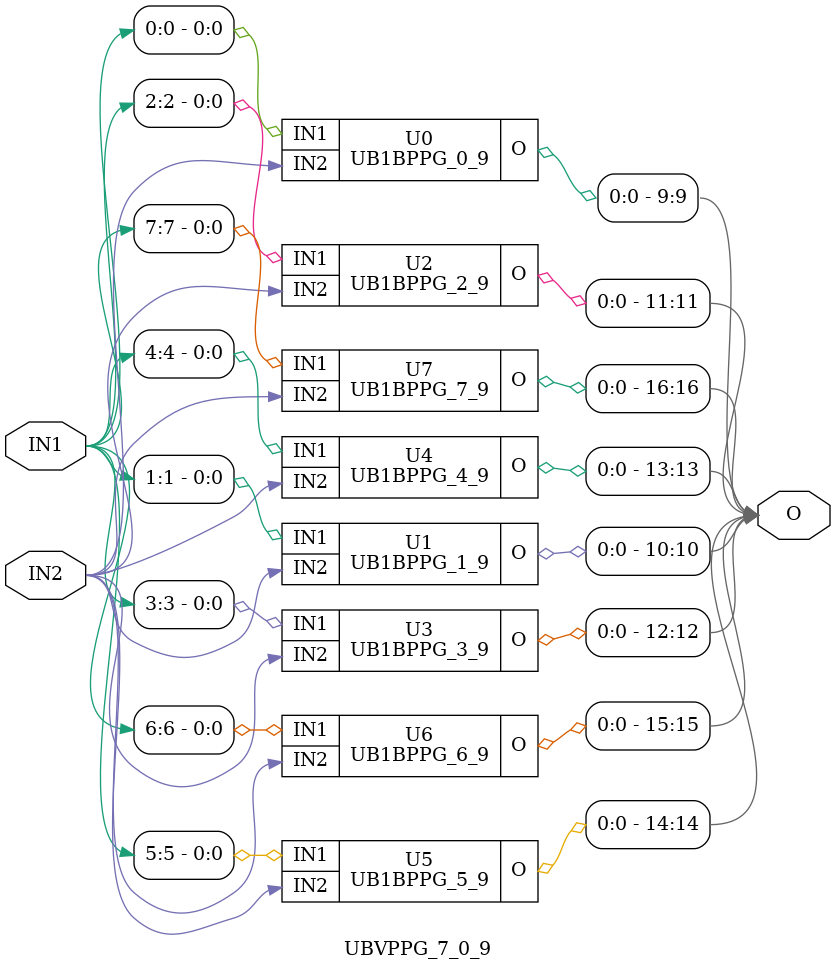
<source format=v>
/*----------------------------------------------------------------------------
  Copyright (c) 2021 Homma laboratory. All rights reserved.

  Top module: Multiplier_7_0_17000

  Number system: Unsigned binary
  Multiplicand length: 8
  Multiplier length: 18
  Partial product generation: Simple PPG
  Partial product accumulation: Dadda tree
  Final stage addition: Ripple carry adder
----------------------------------------------------------------------------*/

module UB1BPPG_0_0(O, IN1, IN2);
  output O;
  input IN1;
  input IN2;
  assign O = IN1 & IN2;
endmodule

module UB1BPPG_1_0(O, IN1, IN2);
  output O;
  input IN1;
  input IN2;
  assign O = IN1 & IN2;
endmodule

module UB1BPPG_2_0(O, IN1, IN2);
  output O;
  input IN1;
  input IN2;
  assign O = IN1 & IN2;
endmodule

module UB1BPPG_3_0(O, IN1, IN2);
  output O;
  input IN1;
  input IN2;
  assign O = IN1 & IN2;
endmodule

module UB1BPPG_4_0(O, IN1, IN2);
  output O;
  input IN1;
  input IN2;
  assign O = IN1 & IN2;
endmodule

module UB1BPPG_5_0(O, IN1, IN2);
  output O;
  input IN1;
  input IN2;
  assign O = IN1 & IN2;
endmodule

module UB1BPPG_6_0(O, IN1, IN2);
  output O;
  input IN1;
  input IN2;
  assign O = IN1 & IN2;
endmodule

module UB1BPPG_7_0(O, IN1, IN2);
  output O;
  input IN1;
  input IN2;
  assign O = IN1 & IN2;
endmodule

module UB1BPPG_0_1(O, IN1, IN2);
  output O;
  input IN1;
  input IN2;
  assign O = IN1 & IN2;
endmodule

module UB1BPPG_1_1(O, IN1, IN2);
  output O;
  input IN1;
  input IN2;
  assign O = IN1 & IN2;
endmodule

module UB1BPPG_2_1(O, IN1, IN2);
  output O;
  input IN1;
  input IN2;
  assign O = IN1 & IN2;
endmodule

module UB1BPPG_3_1(O, IN1, IN2);
  output O;
  input IN1;
  input IN2;
  assign O = IN1 & IN2;
endmodule

module UB1BPPG_4_1(O, IN1, IN2);
  output O;
  input IN1;
  input IN2;
  assign O = IN1 & IN2;
endmodule

module UB1BPPG_5_1(O, IN1, IN2);
  output O;
  input IN1;
  input IN2;
  assign O = IN1 & IN2;
endmodule

module UB1BPPG_6_1(O, IN1, IN2);
  output O;
  input IN1;
  input IN2;
  assign O = IN1 & IN2;
endmodule

module UB1BPPG_7_1(O, IN1, IN2);
  output O;
  input IN1;
  input IN2;
  assign O = IN1 & IN2;
endmodule

module UB1BPPG_0_2(O, IN1, IN2);
  output O;
  input IN1;
  input IN2;
  assign O = IN1 & IN2;
endmodule

module UB1BPPG_1_2(O, IN1, IN2);
  output O;
  input IN1;
  input IN2;
  assign O = IN1 & IN2;
endmodule

module UB1BPPG_2_2(O, IN1, IN2);
  output O;
  input IN1;
  input IN2;
  assign O = IN1 & IN2;
endmodule

module UB1BPPG_3_2(O, IN1, IN2);
  output O;
  input IN1;
  input IN2;
  assign O = IN1 & IN2;
endmodule

module UB1BPPG_4_2(O, IN1, IN2);
  output O;
  input IN1;
  input IN2;
  assign O = IN1 & IN2;
endmodule

module UB1BPPG_5_2(O, IN1, IN2);
  output O;
  input IN1;
  input IN2;
  assign O = IN1 & IN2;
endmodule

module UB1BPPG_6_2(O, IN1, IN2);
  output O;
  input IN1;
  input IN2;
  assign O = IN1 & IN2;
endmodule

module UB1BPPG_7_2(O, IN1, IN2);
  output O;
  input IN1;
  input IN2;
  assign O = IN1 & IN2;
endmodule

module UB1BPPG_0_3(O, IN1, IN2);
  output O;
  input IN1;
  input IN2;
  assign O = IN1 & IN2;
endmodule

module UB1BPPG_1_3(O, IN1, IN2);
  output O;
  input IN1;
  input IN2;
  assign O = IN1 & IN2;
endmodule

module UB1BPPG_2_3(O, IN1, IN2);
  output O;
  input IN1;
  input IN2;
  assign O = IN1 & IN2;
endmodule

module UB1BPPG_3_3(O, IN1, IN2);
  output O;
  input IN1;
  input IN2;
  assign O = IN1 & IN2;
endmodule

module UB1BPPG_4_3(O, IN1, IN2);
  output O;
  input IN1;
  input IN2;
  assign O = IN1 & IN2;
endmodule

module UB1BPPG_5_3(O, IN1, IN2);
  output O;
  input IN1;
  input IN2;
  assign O = IN1 & IN2;
endmodule

module UB1BPPG_6_3(O, IN1, IN2);
  output O;
  input IN1;
  input IN2;
  assign O = IN1 & IN2;
endmodule

module UB1BPPG_7_3(O, IN1, IN2);
  output O;
  input IN1;
  input IN2;
  assign O = IN1 & IN2;
endmodule

module UB1BPPG_0_4(O, IN1, IN2);
  output O;
  input IN1;
  input IN2;
  assign O = IN1 & IN2;
endmodule

module UB1BPPG_1_4(O, IN1, IN2);
  output O;
  input IN1;
  input IN2;
  assign O = IN1 & IN2;
endmodule

module UB1BPPG_2_4(O, IN1, IN2);
  output O;
  input IN1;
  input IN2;
  assign O = IN1 & IN2;
endmodule

module UB1BPPG_3_4(O, IN1, IN2);
  output O;
  input IN1;
  input IN2;
  assign O = IN1 & IN2;
endmodule

module UB1BPPG_4_4(O, IN1, IN2);
  output O;
  input IN1;
  input IN2;
  assign O = IN1 & IN2;
endmodule

module UB1BPPG_5_4(O, IN1, IN2);
  output O;
  input IN1;
  input IN2;
  assign O = IN1 & IN2;
endmodule

module UB1BPPG_6_4(O, IN1, IN2);
  output O;
  input IN1;
  input IN2;
  assign O = IN1 & IN2;
endmodule

module UB1BPPG_7_4(O, IN1, IN2);
  output O;
  input IN1;
  input IN2;
  assign O = IN1 & IN2;
endmodule

module UB1BPPG_0_5(O, IN1, IN2);
  output O;
  input IN1;
  input IN2;
  assign O = IN1 & IN2;
endmodule

module UB1BPPG_1_5(O, IN1, IN2);
  output O;
  input IN1;
  input IN2;
  assign O = IN1 & IN2;
endmodule

module UB1BPPG_2_5(O, IN1, IN2);
  output O;
  input IN1;
  input IN2;
  assign O = IN1 & IN2;
endmodule

module UB1BPPG_3_5(O, IN1, IN2);
  output O;
  input IN1;
  input IN2;
  assign O = IN1 & IN2;
endmodule

module UB1BPPG_4_5(O, IN1, IN2);
  output O;
  input IN1;
  input IN2;
  assign O = IN1 & IN2;
endmodule

module UB1BPPG_5_5(O, IN1, IN2);
  output O;
  input IN1;
  input IN2;
  assign O = IN1 & IN2;
endmodule

module UB1BPPG_6_5(O, IN1, IN2);
  output O;
  input IN1;
  input IN2;
  assign O = IN1 & IN2;
endmodule

module UB1BPPG_7_5(O, IN1, IN2);
  output O;
  input IN1;
  input IN2;
  assign O = IN1 & IN2;
endmodule

module UB1BPPG_0_6(O, IN1, IN2);
  output O;
  input IN1;
  input IN2;
  assign O = IN1 & IN2;
endmodule

module UB1BPPG_1_6(O, IN1, IN2);
  output O;
  input IN1;
  input IN2;
  assign O = IN1 & IN2;
endmodule

module UB1BPPG_2_6(O, IN1, IN2);
  output O;
  input IN1;
  input IN2;
  assign O = IN1 & IN2;
endmodule

module UB1BPPG_3_6(O, IN1, IN2);
  output O;
  input IN1;
  input IN2;
  assign O = IN1 & IN2;
endmodule

module UB1BPPG_4_6(O, IN1, IN2);
  output O;
  input IN1;
  input IN2;
  assign O = IN1 & IN2;
endmodule

module UB1BPPG_5_6(O, IN1, IN2);
  output O;
  input IN1;
  input IN2;
  assign O = IN1 & IN2;
endmodule

module UB1BPPG_6_6(O, IN1, IN2);
  output O;
  input IN1;
  input IN2;
  assign O = IN1 & IN2;
endmodule

module UB1BPPG_7_6(O, IN1, IN2);
  output O;
  input IN1;
  input IN2;
  assign O = IN1 & IN2;
endmodule

module UB1BPPG_0_7(O, IN1, IN2);
  output O;
  input IN1;
  input IN2;
  assign O = IN1 & IN2;
endmodule

module UB1BPPG_1_7(O, IN1, IN2);
  output O;
  input IN1;
  input IN2;
  assign O = IN1 & IN2;
endmodule

module UB1BPPG_2_7(O, IN1, IN2);
  output O;
  input IN1;
  input IN2;
  assign O = IN1 & IN2;
endmodule

module UB1BPPG_3_7(O, IN1, IN2);
  output O;
  input IN1;
  input IN2;
  assign O = IN1 & IN2;
endmodule

module UB1BPPG_4_7(O, IN1, IN2);
  output O;
  input IN1;
  input IN2;
  assign O = IN1 & IN2;
endmodule

module UB1BPPG_5_7(O, IN1, IN2);
  output O;
  input IN1;
  input IN2;
  assign O = IN1 & IN2;
endmodule

module UB1BPPG_6_7(O, IN1, IN2);
  output O;
  input IN1;
  input IN2;
  assign O = IN1 & IN2;
endmodule

module UB1BPPG_7_7(O, IN1, IN2);
  output O;
  input IN1;
  input IN2;
  assign O = IN1 & IN2;
endmodule

module UB1BPPG_0_8(O, IN1, IN2);
  output O;
  input IN1;
  input IN2;
  assign O = IN1 & IN2;
endmodule

module UB1BPPG_1_8(O, IN1, IN2);
  output O;
  input IN1;
  input IN2;
  assign O = IN1 & IN2;
endmodule

module UB1BPPG_2_8(O, IN1, IN2);
  output O;
  input IN1;
  input IN2;
  assign O = IN1 & IN2;
endmodule

module UB1BPPG_3_8(O, IN1, IN2);
  output O;
  input IN1;
  input IN2;
  assign O = IN1 & IN2;
endmodule

module UB1BPPG_4_8(O, IN1, IN2);
  output O;
  input IN1;
  input IN2;
  assign O = IN1 & IN2;
endmodule

module UB1BPPG_5_8(O, IN1, IN2);
  output O;
  input IN1;
  input IN2;
  assign O = IN1 & IN2;
endmodule

module UB1BPPG_6_8(O, IN1, IN2);
  output O;
  input IN1;
  input IN2;
  assign O = IN1 & IN2;
endmodule

module UB1BPPG_7_8(O, IN1, IN2);
  output O;
  input IN1;
  input IN2;
  assign O = IN1 & IN2;
endmodule

module UB1BPPG_0_9(O, IN1, IN2);
  output O;
  input IN1;
  input IN2;
  assign O = IN1 & IN2;
endmodule

module UB1BPPG_1_9(O, IN1, IN2);
  output O;
  input IN1;
  input IN2;
  assign O = IN1 & IN2;
endmodule

module UB1BPPG_2_9(O, IN1, IN2);
  output O;
  input IN1;
  input IN2;
  assign O = IN1 & IN2;
endmodule

module UB1BPPG_3_9(O, IN1, IN2);
  output O;
  input IN1;
  input IN2;
  assign O = IN1 & IN2;
endmodule

module UB1BPPG_4_9(O, IN1, IN2);
  output O;
  input IN1;
  input IN2;
  assign O = IN1 & IN2;
endmodule

module UB1BPPG_5_9(O, IN1, IN2);
  output O;
  input IN1;
  input IN2;
  assign O = IN1 & IN2;
endmodule

module UB1BPPG_6_9(O, IN1, IN2);
  output O;
  input IN1;
  input IN2;
  assign O = IN1 & IN2;
endmodule

module UB1BPPG_7_9(O, IN1, IN2);
  output O;
  input IN1;
  input IN2;
  assign O = IN1 & IN2;
endmodule

module UB1BPPG_0_10(O, IN1, IN2);
  output O;
  input IN1;
  input IN2;
  assign O = IN1 & IN2;
endmodule

module UB1BPPG_1_10(O, IN1, IN2);
  output O;
  input IN1;
  input IN2;
  assign O = IN1 & IN2;
endmodule

module UB1BPPG_2_10(O, IN1, IN2);
  output O;
  input IN1;
  input IN2;
  assign O = IN1 & IN2;
endmodule

module UB1BPPG_3_10(O, IN1, IN2);
  output O;
  input IN1;
  input IN2;
  assign O = IN1 & IN2;
endmodule

module UB1BPPG_4_10(O, IN1, IN2);
  output O;
  input IN1;
  input IN2;
  assign O = IN1 & IN2;
endmodule

module UB1BPPG_5_10(O, IN1, IN2);
  output O;
  input IN1;
  input IN2;
  assign O = IN1 & IN2;
endmodule

module UB1BPPG_6_10(O, IN1, IN2);
  output O;
  input IN1;
  input IN2;
  assign O = IN1 & IN2;
endmodule

module UB1BPPG_7_10(O, IN1, IN2);
  output O;
  input IN1;
  input IN2;
  assign O = IN1 & IN2;
endmodule

module UB1BPPG_0_11(O, IN1, IN2);
  output O;
  input IN1;
  input IN2;
  assign O = IN1 & IN2;
endmodule

module UB1BPPG_1_11(O, IN1, IN2);
  output O;
  input IN1;
  input IN2;
  assign O = IN1 & IN2;
endmodule

module UB1BPPG_2_11(O, IN1, IN2);
  output O;
  input IN1;
  input IN2;
  assign O = IN1 & IN2;
endmodule

module UB1BPPG_3_11(O, IN1, IN2);
  output O;
  input IN1;
  input IN2;
  assign O = IN1 & IN2;
endmodule

module UB1BPPG_4_11(O, IN1, IN2);
  output O;
  input IN1;
  input IN2;
  assign O = IN1 & IN2;
endmodule

module UB1BPPG_5_11(O, IN1, IN2);
  output O;
  input IN1;
  input IN2;
  assign O = IN1 & IN2;
endmodule

module UB1BPPG_6_11(O, IN1, IN2);
  output O;
  input IN1;
  input IN2;
  assign O = IN1 & IN2;
endmodule

module UB1BPPG_7_11(O, IN1, IN2);
  output O;
  input IN1;
  input IN2;
  assign O = IN1 & IN2;
endmodule

module UB1BPPG_0_12(O, IN1, IN2);
  output O;
  input IN1;
  input IN2;
  assign O = IN1 & IN2;
endmodule

module UB1BPPG_1_12(O, IN1, IN2);
  output O;
  input IN1;
  input IN2;
  assign O = IN1 & IN2;
endmodule

module UB1BPPG_2_12(O, IN1, IN2);
  output O;
  input IN1;
  input IN2;
  assign O = IN1 & IN2;
endmodule

module UB1BPPG_3_12(O, IN1, IN2);
  output O;
  input IN1;
  input IN2;
  assign O = IN1 & IN2;
endmodule

module UB1BPPG_4_12(O, IN1, IN2);
  output O;
  input IN1;
  input IN2;
  assign O = IN1 & IN2;
endmodule

module UB1BPPG_5_12(O, IN1, IN2);
  output O;
  input IN1;
  input IN2;
  assign O = IN1 & IN2;
endmodule

module UB1BPPG_6_12(O, IN1, IN2);
  output O;
  input IN1;
  input IN2;
  assign O = IN1 & IN2;
endmodule

module UB1BPPG_7_12(O, IN1, IN2);
  output O;
  input IN1;
  input IN2;
  assign O = IN1 & IN2;
endmodule

module UB1BPPG_0_13(O, IN1, IN2);
  output O;
  input IN1;
  input IN2;
  assign O = IN1 & IN2;
endmodule

module UB1BPPG_1_13(O, IN1, IN2);
  output O;
  input IN1;
  input IN2;
  assign O = IN1 & IN2;
endmodule

module UB1BPPG_2_13(O, IN1, IN2);
  output O;
  input IN1;
  input IN2;
  assign O = IN1 & IN2;
endmodule

module UB1BPPG_3_13(O, IN1, IN2);
  output O;
  input IN1;
  input IN2;
  assign O = IN1 & IN2;
endmodule

module UB1BPPG_4_13(O, IN1, IN2);
  output O;
  input IN1;
  input IN2;
  assign O = IN1 & IN2;
endmodule

module UB1BPPG_5_13(O, IN1, IN2);
  output O;
  input IN1;
  input IN2;
  assign O = IN1 & IN2;
endmodule

module UB1BPPG_6_13(O, IN1, IN2);
  output O;
  input IN1;
  input IN2;
  assign O = IN1 & IN2;
endmodule

module UB1BPPG_7_13(O, IN1, IN2);
  output O;
  input IN1;
  input IN2;
  assign O = IN1 & IN2;
endmodule

module UB1BPPG_0_14(O, IN1, IN2);
  output O;
  input IN1;
  input IN2;
  assign O = IN1 & IN2;
endmodule

module UB1BPPG_1_14(O, IN1, IN2);
  output O;
  input IN1;
  input IN2;
  assign O = IN1 & IN2;
endmodule

module UB1BPPG_2_14(O, IN1, IN2);
  output O;
  input IN1;
  input IN2;
  assign O = IN1 & IN2;
endmodule

module UB1BPPG_3_14(O, IN1, IN2);
  output O;
  input IN1;
  input IN2;
  assign O = IN1 & IN2;
endmodule

module UB1BPPG_4_14(O, IN1, IN2);
  output O;
  input IN1;
  input IN2;
  assign O = IN1 & IN2;
endmodule

module UB1BPPG_5_14(O, IN1, IN2);
  output O;
  input IN1;
  input IN2;
  assign O = IN1 & IN2;
endmodule

module UB1BPPG_6_14(O, IN1, IN2);
  output O;
  input IN1;
  input IN2;
  assign O = IN1 & IN2;
endmodule

module UB1BPPG_7_14(O, IN1, IN2);
  output O;
  input IN1;
  input IN2;
  assign O = IN1 & IN2;
endmodule

module UB1BPPG_0_15(O, IN1, IN2);
  output O;
  input IN1;
  input IN2;
  assign O = IN1 & IN2;
endmodule

module UB1BPPG_1_15(O, IN1, IN2);
  output O;
  input IN1;
  input IN2;
  assign O = IN1 & IN2;
endmodule

module UB1BPPG_2_15(O, IN1, IN2);
  output O;
  input IN1;
  input IN2;
  assign O = IN1 & IN2;
endmodule

module UB1BPPG_3_15(O, IN1, IN2);
  output O;
  input IN1;
  input IN2;
  assign O = IN1 & IN2;
endmodule

module UB1BPPG_4_15(O, IN1, IN2);
  output O;
  input IN1;
  input IN2;
  assign O = IN1 & IN2;
endmodule

module UB1BPPG_5_15(O, IN1, IN2);
  output O;
  input IN1;
  input IN2;
  assign O = IN1 & IN2;
endmodule

module UB1BPPG_6_15(O, IN1, IN2);
  output O;
  input IN1;
  input IN2;
  assign O = IN1 & IN2;
endmodule

module UB1BPPG_7_15(O, IN1, IN2);
  output O;
  input IN1;
  input IN2;
  assign O = IN1 & IN2;
endmodule

module UB1BPPG_0_16(O, IN1, IN2);
  output O;
  input IN1;
  input IN2;
  assign O = IN1 & IN2;
endmodule

module UB1BPPG_1_16(O, IN1, IN2);
  output O;
  input IN1;
  input IN2;
  assign O = IN1 & IN2;
endmodule

module UB1BPPG_2_16(O, IN1, IN2);
  output O;
  input IN1;
  input IN2;
  assign O = IN1 & IN2;
endmodule

module UB1BPPG_3_16(O, IN1, IN2);
  output O;
  input IN1;
  input IN2;
  assign O = IN1 & IN2;
endmodule

module UB1BPPG_4_16(O, IN1, IN2);
  output O;
  input IN1;
  input IN2;
  assign O = IN1 & IN2;
endmodule

module UB1BPPG_5_16(O, IN1, IN2);
  output O;
  input IN1;
  input IN2;
  assign O = IN1 & IN2;
endmodule

module UB1BPPG_6_16(O, IN1, IN2);
  output O;
  input IN1;
  input IN2;
  assign O = IN1 & IN2;
endmodule

module UB1BPPG_7_16(O, IN1, IN2);
  output O;
  input IN1;
  input IN2;
  assign O = IN1 & IN2;
endmodule

module UB1BPPG_0_17(O, IN1, IN2);
  output O;
  input IN1;
  input IN2;
  assign O = IN1 & IN2;
endmodule

module UB1BPPG_1_17(O, IN1, IN2);
  output O;
  input IN1;
  input IN2;
  assign O = IN1 & IN2;
endmodule

module UB1BPPG_2_17(O, IN1, IN2);
  output O;
  input IN1;
  input IN2;
  assign O = IN1 & IN2;
endmodule

module UB1BPPG_3_17(O, IN1, IN2);
  output O;
  input IN1;
  input IN2;
  assign O = IN1 & IN2;
endmodule

module UB1BPPG_4_17(O, IN1, IN2);
  output O;
  input IN1;
  input IN2;
  assign O = IN1 & IN2;
endmodule

module UB1BPPG_5_17(O, IN1, IN2);
  output O;
  input IN1;
  input IN2;
  assign O = IN1 & IN2;
endmodule

module UB1BPPG_6_17(O, IN1, IN2);
  output O;
  input IN1;
  input IN2;
  assign O = IN1 & IN2;
endmodule

module UB1BPPG_7_17(O, IN1, IN2);
  output O;
  input IN1;
  input IN2;
  assign O = IN1 & IN2;
endmodule

module UBHA_6(C, S, X, Y);
  output C;
  output S;
  input X;
  input Y;
  assign C = X & Y;
  assign S = X ^ Y;
endmodule

module UBFA_7(C, S, X, Y, Z);
  output C;
  output S;
  input X;
  input Y;
  input Z;
  assign C = ( X & Y ) | ( Y & Z ) | ( Z & X );
  assign S = X ^ Y ^ Z;
endmodule

module UBHA_7(C, S, X, Y);
  output C;
  output S;
  input X;
  input Y;
  assign C = X & Y;
  assign S = X ^ Y;
endmodule

module UBFA_8(C, S, X, Y, Z);
  output C;
  output S;
  input X;
  input Y;
  input Z;
  assign C = ( X & Y ) | ( Y & Z ) | ( Z & X );
  assign S = X ^ Y ^ Z;
endmodule

module UBFA_9(C, S, X, Y, Z);
  output C;
  output S;
  input X;
  input Y;
  input Z;
  assign C = ( X & Y ) | ( Y & Z ) | ( Z & X );
  assign S = X ^ Y ^ Z;
endmodule

module UBFA_10(C, S, X, Y, Z);
  output C;
  output S;
  input X;
  input Y;
  input Z;
  assign C = ( X & Y ) | ( Y & Z ) | ( Z & X );
  assign S = X ^ Y ^ Z;
endmodule

module UBFA_11(C, S, X, Y, Z);
  output C;
  output S;
  input X;
  input Y;
  input Z;
  assign C = ( X & Y ) | ( Y & Z ) | ( Z & X );
  assign S = X ^ Y ^ Z;
endmodule

module UBFA_12(C, S, X, Y, Z);
  output C;
  output S;
  input X;
  input Y;
  input Z;
  assign C = ( X & Y ) | ( Y & Z ) | ( Z & X );
  assign S = X ^ Y ^ Z;
endmodule

module UBFA_13(C, S, X, Y, Z);
  output C;
  output S;
  input X;
  input Y;
  input Z;
  assign C = ( X & Y ) | ( Y & Z ) | ( Z & X );
  assign S = X ^ Y ^ Z;
endmodule

module UBFA_14(C, S, X, Y, Z);
  output C;
  output S;
  input X;
  input Y;
  input Z;
  assign C = ( X & Y ) | ( Y & Z ) | ( Z & X );
  assign S = X ^ Y ^ Z;
endmodule

module UBFA_15(C, S, X, Y, Z);
  output C;
  output S;
  input X;
  input Y;
  input Z;
  assign C = ( X & Y ) | ( Y & Z ) | ( Z & X );
  assign S = X ^ Y ^ Z;
endmodule

module UBFA_16(C, S, X, Y, Z);
  output C;
  output S;
  input X;
  input Y;
  input Z;
  assign C = ( X & Y ) | ( Y & Z ) | ( Z & X );
  assign S = X ^ Y ^ Z;
endmodule

module UBFA_17(C, S, X, Y, Z);
  output C;
  output S;
  input X;
  input Y;
  input Z;
  assign C = ( X & Y ) | ( Y & Z ) | ( Z & X );
  assign S = X ^ Y ^ Z;
endmodule

module UBFA_18(C, S, X, Y, Z);
  output C;
  output S;
  input X;
  input Y;
  input Z;
  assign C = ( X & Y ) | ( Y & Z ) | ( Z & X );
  assign S = X ^ Y ^ Z;
endmodule

module UBHA_18(C, S, X, Y);
  output C;
  output S;
  input X;
  input Y;
  assign C = X & Y;
  assign S = X ^ Y;
endmodule

module UBFA_19(C, S, X, Y, Z);
  output C;
  output S;
  input X;
  input Y;
  input Z;
  assign C = ( X & Y ) | ( Y & Z ) | ( Z & X );
  assign S = X ^ Y ^ Z;
endmodule

module UB1DCON_0(O, I);
  output O;
  input I;
  assign O = I;
endmodule

module UB1DCON_1(O, I);
  output O;
  input I;
  assign O = I;
endmodule

module UB1DCON_2(O, I);
  output O;
  input I;
  assign O = I;
endmodule

module UB1DCON_3(O, I);
  output O;
  input I;
  assign O = I;
endmodule

module UB1DCON_4(O, I);
  output O;
  input I;
  assign O = I;
endmodule

module UB1DCON_5(O, I);
  output O;
  input I;
  assign O = I;
endmodule

module UB1DCON_6(O, I);
  output O;
  input I;
  assign O = I;
endmodule

module UB1DCON_7(O, I);
  output O;
  input I;
  assign O = I;
endmodule

module UB1DCON_8(O, I);
  output O;
  input I;
  assign O = I;
endmodule

module UB1DCON_9(O, I);
  output O;
  input I;
  assign O = I;
endmodule

module UB1DCON_10(O, I);
  output O;
  input I;
  assign O = I;
endmodule

module UB1DCON_11(O, I);
  output O;
  input I;
  assign O = I;
endmodule

module UB1DCON_12(O, I);
  output O;
  input I;
  assign O = I;
endmodule

module UB1DCON_13(O, I);
  output O;
  input I;
  assign O = I;
endmodule

module UB1DCON_14(O, I);
  output O;
  input I;
  assign O = I;
endmodule

module UB1DCON_15(O, I);
  output O;
  input I;
  assign O = I;
endmodule

module UB1DCON_16(O, I);
  output O;
  input I;
  assign O = I;
endmodule

module UB1DCON_17(O, I);
  output O;
  input I;
  assign O = I;
endmodule

module UB1DCON_18(O, I);
  output O;
  input I;
  assign O = I;
endmodule

module UB1DCON_19(O, I);
  output O;
  input I;
  assign O = I;
endmodule

module UB1DCON_20(O, I);
  output O;
  input I;
  assign O = I;
endmodule

module UB1DCON_21(O, I);
  output O;
  input I;
  assign O = I;
endmodule

module UB1DCON_22(O, I);
  output O;
  input I;
  assign O = I;
endmodule

module UB1DCON_23(O, I);
  output O;
  input I;
  assign O = I;
endmodule

module UB1DCON_24(O, I);
  output O;
  input I;
  assign O = I;
endmodule

module UBHA_4(C, S, X, Y);
  output C;
  output S;
  input X;
  input Y;
  assign C = X & Y;
  assign S = X ^ Y;
endmodule

module UBFA_5(C, S, X, Y, Z);
  output C;
  output S;
  input X;
  input Y;
  input Z;
  assign C = ( X & Y ) | ( Y & Z ) | ( Z & X );
  assign S = X ^ Y ^ Z;
endmodule

module UBHA_5(C, S, X, Y);
  output C;
  output S;
  input X;
  input Y;
  assign C = X & Y;
  assign S = X ^ Y;
endmodule

module UBFA_6(C, S, X, Y, Z);
  output C;
  output S;
  input X;
  input Y;
  input Z;
  assign C = ( X & Y ) | ( Y & Z ) | ( Z & X );
  assign S = X ^ Y ^ Z;
endmodule

module UBFA_20(C, S, X, Y, Z);
  output C;
  output S;
  input X;
  input Y;
  input Z;
  assign C = ( X & Y ) | ( Y & Z ) | ( Z & X );
  assign S = X ^ Y ^ Z;
endmodule

module UBFA_21(C, S, X, Y, Z);
  output C;
  output S;
  input X;
  input Y;
  input Z;
  assign C = ( X & Y ) | ( Y & Z ) | ( Z & X );
  assign S = X ^ Y ^ Z;
endmodule

module UBHA_3(C, S, X, Y);
  output C;
  output S;
  input X;
  input Y;
  assign C = X & Y;
  assign S = X ^ Y;
endmodule

module UBFA_4(C, S, X, Y, Z);
  output C;
  output S;
  input X;
  input Y;
  input Z;
  assign C = ( X & Y ) | ( Y & Z ) | ( Z & X );
  assign S = X ^ Y ^ Z;
endmodule

module UBFA_22(C, S, X, Y, Z);
  output C;
  output S;
  input X;
  input Y;
  input Z;
  assign C = ( X & Y ) | ( Y & Z ) | ( Z & X );
  assign S = X ^ Y ^ Z;
endmodule

module UBHA_2(C, S, X, Y);
  output C;
  output S;
  input X;
  input Y;
  assign C = X & Y;
  assign S = X ^ Y;
endmodule

module UBFA_3(C, S, X, Y, Z);
  output C;
  output S;
  input X;
  input Y;
  input Z;
  assign C = ( X & Y ) | ( Y & Z ) | ( Z & X );
  assign S = X ^ Y ^ Z;
endmodule

module UBFA_23(C, S, X, Y, Z);
  output C;
  output S;
  input X;
  input Y;
  input Z;
  assign C = ( X & Y ) | ( Y & Z ) | ( Z & X );
  assign S = X ^ Y ^ Z;
endmodule

module UBFA_1(C, S, X, Y, Z);
  output C;
  output S;
  input X;
  input Y;
  input Z;
  assign C = ( X & Y ) | ( Y & Z ) | ( Z & X );
  assign S = X ^ Y ^ Z;
endmodule

module UBFA_2(C, S, X, Y, Z);
  output C;
  output S;
  input X;
  input Y;
  input Z;
  assign C = ( X & Y ) | ( Y & Z ) | ( Z & X );
  assign S = X ^ Y ^ Z;
endmodule

module UBFA_24(C, S, X, Y, Z);
  output C;
  output S;
  input X;
  input Y;
  input Z;
  assign C = ( X & Y ) | ( Y & Z ) | ( Z & X );
  assign S = X ^ Y ^ Z;
endmodule

module UBZero_1_1(O);
  output [1:1] O;
  assign O[1] = 0;
endmodule

module Multiplier_7_0_17000(P, IN1, IN2);
  output [25:0] P;
  input [7:0] IN1;
  input [17:0] IN2;
  wire [25:0] W;
  assign P[0] = W[0];
  assign P[1] = W[1];
  assign P[2] = W[2];
  assign P[3] = W[3];
  assign P[4] = W[4];
  assign P[5] = W[5];
  assign P[6] = W[6];
  assign P[7] = W[7];
  assign P[8] = W[8];
  assign P[9] = W[9];
  assign P[10] = W[10];
  assign P[11] = W[11];
  assign P[12] = W[12];
  assign P[13] = W[13];
  assign P[14] = W[14];
  assign P[15] = W[15];
  assign P[16] = W[16];
  assign P[17] = W[17];
  assign P[18] = W[18];
  assign P[19] = W[19];
  assign P[20] = W[20];
  assign P[21] = W[21];
  assign P[22] = W[22];
  assign P[23] = W[23];
  assign P[24] = W[24];
  assign P[25] = W[25];
  MultUB_STD_DAD_RC000 U0 (W, IN1, IN2);
endmodule

module DADTR_24_0_23_1_2000 (S1, S2, PP0, PP1, PP2, PP3, PP4, PP5);
  output [24:0] S1;
  output [24:1] S2;
  input [24:0] PP0;
  input [23:1] PP1;
  input [22:2] PP2;
  input [21:3] PP3;
  input [20:4] PP4;
  input [20:5] PP5;
  wire [24:0] W0;
  wire [23:1] W1;
  wire [22:2] W2;
  wire [22:3] W3;
  UBHA_4 U0 (W1[5], W3[4], PP0[4], PP1[4]);
  UBFA_5 U1 (W0[6], W2[5], PP0[5], PP1[5], PP2[5]);
  UBHA_5 U2 (W1[6], W3[5], PP3[5], PP4[5]);
  UBFA_6 U3 (W0[7], W2[6], PP0[6], PP1[6], PP2[6]);
  UBFA_6 U4 (W1[7], W3[6], PP3[6], PP4[6], PP5[6]);
  UBFA_7 U5 (W0[8], W2[7], PP0[7], PP1[7], PP2[7]);
  UBFA_7 U6 (W1[8], W3[7], PP3[7], PP4[7], PP5[7]);
  UBFA_8 U7 (W0[9], W2[8], PP0[8], PP1[8], PP2[8]);
  UBFA_8 U8 (W1[9], W3[8], PP3[8], PP4[8], PP5[8]);
  UBFA_9 U9 (W0[10], W2[9], PP0[9], PP1[9], PP2[9]);
  UBFA_9 U10 (W1[10], W3[9], PP3[9], PP4[9], PP5[9]);
  UBFA_10 U11 (W0[11], W2[10], PP0[10], PP1[10], PP2[10]);
  UBFA_10 U12 (W1[11], W3[10], PP3[10], PP4[10], PP5[10]);
  UBFA_11 U13 (W0[12], W2[11], PP0[11], PP1[11], PP2[11]);
  UBFA_11 U14 (W1[12], W3[11], PP3[11], PP4[11], PP5[11]);
  UBFA_12 U15 (W0[13], W2[12], PP0[12], PP1[12], PP2[12]);
  UBFA_12 U16 (W1[13], W3[12], PP3[12], PP4[12], PP5[12]);
  UBFA_13 U17 (W0[14], W2[13], PP0[13], PP1[13], PP2[13]);
  UBFA_13 U18 (W1[14], W3[13], PP3[13], PP4[13], PP5[13]);
  UBFA_14 U19 (W0[15], W2[14], PP0[14], PP1[14], PP2[14]);
  UBFA_14 U20 (W1[15], W3[14], PP3[14], PP4[14], PP5[14]);
  UBFA_15 U21 (W0[16], W2[15], PP0[15], PP1[15], PP2[15]);
  UBFA_15 U22 (W1[16], W3[15], PP3[15], PP4[15], PP5[15]);
  UBFA_16 U23 (W0[17], W2[16], PP0[16], PP1[16], PP2[16]);
  UBFA_16 U24 (W1[17], W3[16], PP3[16], PP4[16], PP5[16]);
  UBFA_17 U25 (W0[18], W2[17], PP0[17], PP1[17], PP2[17]);
  UBFA_17 U26 (W1[18], W3[17], PP3[17], PP4[17], PP5[17]);
  UBFA_18 U27 (W0[19], W2[18], PP0[18], PP1[18], PP2[18]);
  UBFA_18 U28 (W1[19], W3[18], PP3[18], PP4[18], PP5[18]);
  UBFA_19 U29 (W0[20], W2[19], PP0[19], PP1[19], PP2[19]);
  UBFA_19 U30 (W1[20], W3[19], PP3[19], PP4[19], PP5[19]);
  UBFA_20 U31 (W1[21], W2[20], PP0[20], PP1[20], PP2[20]);
  UBFA_20 U32 (W2[21], W3[20], PP3[20], PP4[20], PP5[20]);
  UBFA_21 U33 (W3[22], W3[21], PP0[21], PP1[21], PP2[21]);
  UBCON_3_0 U34 (W0[3:0], PP0[3:0]);
  UB1DCON_4 U35 (W0[4], PP2[4]);
  UB1DCON_5 U36 (W0[5], PP5[5]);
  UB1DCON_21 U37 (W0[21], PP3[21]);
  UBCON_24_22 U38 (W0[24:22], PP0[24:22]);
  UBCON_3_1 U39 (W1[3:1], PP1[3:1]);
  UB1DCON_4 U40 (W1[4], PP3[4]);
  UBCON_23_22 U41 (W1[23:22], PP1[23:22]);
  UBCON_3_2 U42 (W2[3:2], PP2[3:2]);
  UB1DCON_4 U43 (W2[4], PP4[4]);
  UB1DCON_22 U44 (W2[22], PP2[22]);
  UB1DCON_3 U45 (W3[3], PP3[3]);
  DADTR_24_0_23_1_2001 U46 (S1, S2, W0, W1, W2, W3);
endmodule

module DADTR_24_0_23_1_2001 (S1, S2, PP0, PP1, PP2, PP3);
  output [24:0] S1;
  output [24:1] S2;
  input [24:0] PP0;
  input [23:1] PP1;
  input [22:2] PP2;
  input [22:3] PP3;
  wire [24:0] W0;
  wire [23:1] W1;
  wire [23:2] W2;
  UBHA_3 U0 (W1[4], W2[3], PP0[3], PP1[3]);
  UBFA_4 U1 (W1[5], W2[4], PP0[4], PP1[4], PP2[4]);
  UBFA_5 U2 (W1[6], W2[5], PP0[5], PP1[5], PP2[5]);
  UBFA_6 U3 (W1[7], W2[6], PP0[6], PP1[6], PP2[6]);
  UBFA_7 U4 (W1[8], W2[7], PP0[7], PP1[7], PP2[7]);
  UBFA_8 U5 (W1[9], W2[8], PP0[8], PP1[8], PP2[8]);
  UBFA_9 U6 (W1[10], W2[9], PP0[9], PP1[9], PP2[9]);
  UBFA_10 U7 (W1[11], W2[10], PP0[10], PP1[10], PP2[10]);
  UBFA_11 U8 (W1[12], W2[11], PP0[11], PP1[11], PP2[11]);
  UBFA_12 U9 (W1[13], W2[12], PP0[12], PP1[12], PP2[12]);
  UBFA_13 U10 (W1[14], W2[13], PP0[13], PP1[13], PP2[13]);
  UBFA_14 U11 (W1[15], W2[14], PP0[14], PP1[14], PP2[14]);
  UBFA_15 U12 (W1[16], W2[15], PP0[15], PP1[15], PP2[15]);
  UBFA_16 U13 (W1[17], W2[16], PP0[16], PP1[16], PP2[16]);
  UBFA_17 U14 (W1[18], W2[17], PP0[17], PP1[17], PP2[17]);
  UBFA_18 U15 (W1[19], W2[18], PP0[18], PP1[18], PP2[18]);
  UBFA_19 U16 (W1[20], W2[19], PP0[19], PP1[19], PP2[19]);
  UBFA_20 U17 (W1[21], W2[20], PP0[20], PP1[20], PP2[20]);
  UBFA_21 U18 (W1[22], W2[21], PP0[21], PP1[21], PP2[21]);
  UBFA_22 U19 (W2[23], W2[22], PP0[22], PP1[22], PP2[22]);
  UBCON_2_0 U20 (W0[2:0], PP0[2:0]);
  UB1DCON_3 U21 (W0[3], PP2[3]);
  UBCON_22_4 U22 (W0[22:4], PP3[22:4]);
  UBCON_24_23 U23 (W0[24:23], PP0[24:23]);
  UBCON_2_1 U24 (W1[2:1], PP1[2:1]);
  UB1DCON_3 U25 (W1[3], PP3[3]);
  UB1DCON_23 U26 (W1[23], PP1[23]);
  UB1DCON_2 U27 (W2[2], PP2[2]);
  DADTR_24_0_23_1_2002 U28 (S1, S2, W0, W1, W2);
endmodule

module DADTR_24_0_23_1_2002 (S1, S2, PP0, PP1, PP2);
  output [24:0] S1;
  output [24:1] S2;
  input [24:0] PP0;
  input [23:1] PP1;
  input [23:2] PP2;
  wire [24:0] W0;
  wire [24:1] W1;
  UBHA_2 U0 (W0[3], W1[2], PP0[2], PP1[2]);
  UBFA_3 U1 (W0[4], W1[3], PP0[3], PP1[3], PP2[3]);
  UBFA_4 U2 (W0[5], W1[4], PP0[4], PP1[4], PP2[4]);
  UBFA_5 U3 (W0[6], W1[5], PP0[5], PP1[5], PP2[5]);
  UBFA_6 U4 (W0[7], W1[6], PP0[6], PP1[6], PP2[6]);
  UBFA_7 U5 (W0[8], W1[7], PP0[7], PP1[7], PP2[7]);
  UBFA_8 U6 (W0[9], W1[8], PP0[8], PP1[8], PP2[8]);
  UBFA_9 U7 (W0[10], W1[9], PP0[9], PP1[9], PP2[9]);
  UBFA_10 U8 (W0[11], W1[10], PP0[10], PP1[10], PP2[10]);
  UBFA_11 U9 (W0[12], W1[11], PP0[11], PP1[11], PP2[11]);
  UBFA_12 U10 (W0[13], W1[12], PP0[12], PP1[12], PP2[12]);
  UBFA_13 U11 (W0[14], W1[13], PP0[13], PP1[13], PP2[13]);
  UBFA_14 U12 (W0[15], W1[14], PP0[14], PP1[14], PP2[14]);
  UBFA_15 U13 (W0[16], W1[15], PP0[15], PP1[15], PP2[15]);
  UBFA_16 U14 (W0[17], W1[16], PP0[16], PP1[16], PP2[16]);
  UBFA_17 U15 (W0[18], W1[17], PP0[17], PP1[17], PP2[17]);
  UBFA_18 U16 (W0[19], W1[18], PP0[18], PP1[18], PP2[18]);
  UBFA_19 U17 (W0[20], W1[19], PP0[19], PP1[19], PP2[19]);
  UBFA_20 U18 (W0[21], W1[20], PP0[20], PP1[20], PP2[20]);
  UBFA_21 U19 (W0[22], W1[21], PP0[21], PP1[21], PP2[21]);
  UBFA_22 U20 (W0[23], W1[22], PP0[22], PP1[22], PP2[22]);
  UBFA_23 U21 (W1[24], W1[23], PP0[23], PP1[23], PP2[23]);
  UBCON_1_0 U22 (W0[1:0], PP0[1:0]);
  UB1DCON_2 U23 (W0[2], PP2[2]);
  UB1DCON_24 U24 (W0[24], PP0[24]);
  UB1DCON_1 U25 (W1[1], PP1[1]);
  DADTR_24_0_24_1 U26 (S1, S2, W0, W1);
endmodule

module DADTR_24_0_24_1 (S1, S2, PP0, PP1);
  output [24:0] S1;
  output [24:1] S2;
  input [24:0] PP0;
  input [24:1] PP1;
  UBCON_24_0 U0 (S1, PP0);
  UBCON_24_1 U1 (S2, PP1);
endmodule

module DADTR_7_0_8_1_9_2000 (S1, S2, PP0, PP1, PP2, PP3, PP4, PP5, PP6, PP7, PP8, PP9, PP10, PP11, PP12, PP13, PP14, PP15, PP16, PP17);
  output [24:0] S1;
  output [24:1] S2;
  input [7:0] PP0;
  input [8:1] PP1;
  input [17:10] PP10;
  input [18:11] PP11;
  input [19:12] PP12;
  input [20:13] PP13;
  input [21:14] PP14;
  input [22:15] PP15;
  input [23:16] PP16;
  input [24:17] PP17;
  input [9:2] PP2;
  input [10:3] PP3;
  input [11:4] PP4;
  input [12:5] PP5;
  input [13:6] PP6;
  input [14:7] PP7;
  input [15:8] PP8;
  input [16:9] PP9;
  wire [24:0] W0;
  wire [23:1] W1;
  wire [22:2] W2;
  wire [21:3] W3;
  wire [20:4] W4;
  wire [20:5] W5;
  UBHA_6 U0 (W3[7], W5[6], PP0[6], PP1[6]);
  UBFA_7 U1 (W2[8], W4[7], PP0[7], PP1[7], PP2[7]);
  UBHA_7 U2 (W3[8], W5[7], PP3[7], PP4[7]);
  UBFA_8 U3 (W2[9], W4[8], PP1[8], PP2[8], PP3[8]);
  UBFA_8 U4 (W3[9], W5[8], PP4[8], PP5[8], PP6[8]);
  UBFA_9 U5 (W2[10], W4[9], PP2[9], PP3[9], PP4[9]);
  UBFA_9 U6 (W3[10], W5[9], PP5[9], PP6[9], PP7[9]);
  UBFA_10 U7 (W2[11], W4[10], PP3[10], PP4[10], PP5[10]);
  UBFA_10 U8 (W3[11], W5[10], PP6[10], PP7[10], PP8[10]);
  UBFA_11 U9 (W2[12], W4[11], PP4[11], PP5[11], PP6[11]);
  UBFA_11 U10 (W3[12], W5[11], PP7[11], PP8[11], PP9[11]);
  UBFA_12 U11 (W2[13], W4[12], PP5[12], PP6[12], PP7[12]);
  UBFA_12 U12 (W3[13], W5[12], PP8[12], PP9[12], PP10[12]);
  UBFA_13 U13 (W2[14], W4[13], PP6[13], PP7[13], PP8[13]);
  UBFA_13 U14 (W3[14], W5[13], PP9[13], PP10[13], PP11[13]);
  UBFA_14 U15 (W2[15], W4[14], PP7[14], PP8[14], PP9[14]);
  UBFA_14 U16 (W3[15], W5[14], PP10[14], PP11[14], PP12[14]);
  UBFA_15 U17 (W2[16], W4[15], PP8[15], PP9[15], PP10[15]);
  UBFA_15 U18 (W3[16], W5[15], PP11[15], PP12[15], PP13[15]);
  UBFA_16 U19 (W2[17], W4[16], PP9[16], PP10[16], PP11[16]);
  UBFA_16 U20 (W3[17], W5[16], PP12[16], PP13[16], PP14[16]);
  UBFA_17 U21 (W2[18], W4[17], PP10[17], PP11[17], PP12[17]);
  UBFA_17 U22 (W3[18], W5[17], PP13[17], PP14[17], PP15[17]);
  UBFA_18 U23 (W3[19], W4[18], PP11[18], PP12[18], PP13[18]);
  UBHA_18 U24 (W4[19], W5[18], PP14[18], PP15[18]);
  UBFA_19 U25 (W5[20], W5[19], PP12[19], PP13[19], PP14[19]);
  UBCON_5_0 U26 (W0[5:0], PP0[5:0]);
  UB1DCON_6 U27 (W0[6], PP2[6]);
  UB1DCON_7 U28 (W0[7], PP5[7]);
  UB1DCON_8 U29 (W0[8], PP7[8]);
  UB1DCON_9 U30 (W0[9], PP8[9]);
  UB1DCON_10 U31 (W0[10], PP9[10]);
  UB1DCON_11 U32 (W0[11], PP10[11]);
  UB1DCON_12 U33 (W0[12], PP11[12]);
  UB1DCON_13 U34 (W0[13], PP12[13]);
  UB1DCON_14 U35 (W0[14], PP13[14]);
  UB1DCON_15 U36 (W0[15], PP14[15]);
  UB1DCON_16 U37 (W0[16], PP15[16]);
  UBCON_18_17 U38 (W0[18:17], PP16[18:17]);
  UB1DCON_19 U39 (W0[19], PP15[19]);
  UB1DCON_20 U40 (W0[20], PP13[20]);
  UB1DCON_21 U41 (W0[21], PP14[21]);
  UB1DCON_22 U42 (W0[22], PP15[22]);
  UB1DCON_23 U43 (W0[23], PP16[23]);
  UB1DCON_24 U44 (W0[24], PP17[24]);
  UBCON_5_1 U45 (W1[5:1], PP1[5:1]);
  UB1DCON_6 U46 (W1[6], PP3[6]);
  UB1DCON_7 U47 (W1[7], PP6[7]);
  UB1DCON_8 U48 (W1[8], PP8[8]);
  UB1DCON_9 U49 (W1[9], PP9[9]);
  UB1DCON_10 U50 (W1[10], PP10[10]);
  UB1DCON_11 U51 (W1[11], PP11[11]);
  UB1DCON_12 U52 (W1[12], PP12[12]);
  UB1DCON_13 U53 (W1[13], PP13[13]);
  UB1DCON_14 U54 (W1[14], PP14[14]);
  UB1DCON_15 U55 (W1[15], PP15[15]);
  UB1DCON_16 U56 (W1[16], PP16[16]);
  UBCON_18_17 U57 (W1[18:17], PP17[18:17]);
  UB1DCON_19 U58 (W1[19], PP16[19]);
  UB1DCON_20 U59 (W1[20], PP14[20]);
  UB1DCON_21 U60 (W1[21], PP15[21]);
  UB1DCON_22 U61 (W1[22], PP16[22]);
  UB1DCON_23 U62 (W1[23], PP17[23]);
  UBCON_5_2 U63 (W2[5:2], PP2[5:2]);
  UB1DCON_6 U64 (W2[6], PP4[6]);
  UB1DCON_7 U65 (W2[7], PP7[7]);
  UB1DCON_19 U66 (W2[19], PP17[19]);
  UB1DCON_20 U67 (W2[20], PP15[20]);
  UB1DCON_21 U68 (W2[21], PP16[21]);
  UB1DCON_22 U69 (W2[22], PP17[22]);
  UBCON_5_3 U70 (W3[5:3], PP3[5:3]);
  UB1DCON_6 U71 (W3[6], PP5[6]);
  UB1DCON_20 U72 (W3[20], PP16[20]);
  UB1DCON_21 U73 (W3[21], PP17[21]);
  UBCON_5_4 U74 (W4[5:4], PP4[5:4]);
  UB1DCON_6 U75 (W4[6], PP6[6]);
  UB1DCON_20 U76 (W4[20], PP17[20]);
  UB1DCON_5 U77 (W5[5], PP5[5]);
  DADTR_24_0_23_1_2000 U78 (S1, S2, W0, W1, W2, W3, W4, W5);
endmodule

module MultUB_STD_DAD_RC000 (P, IN1, IN2);
  output [25:0] P;
  input [7:0] IN1;
  input [17:0] IN2;
  wire [7:0] PP0;
  wire [8:1] PP1;
  wire [17:10] PP10;
  wire [18:11] PP11;
  wire [19:12] PP12;
  wire [20:13] PP13;
  wire [21:14] PP14;
  wire [22:15] PP15;
  wire [23:16] PP16;
  wire [24:17] PP17;
  wire [9:2] PP2;
  wire [10:3] PP3;
  wire [11:4] PP4;
  wire [12:5] PP5;
  wire [13:6] PP6;
  wire [14:7] PP7;
  wire [15:8] PP8;
  wire [16:9] PP9;
  wire [24:0] S1;
  wire [24:1] S2;
  UBPPG_7_0_17_0 U0 (PP0, PP1, PP2, PP3, PP4, PP5, PP6, PP7, PP8, PP9, PP10, PP11, PP12, PP13, PP14, PP15, PP16, PP17, IN1, IN2);
  DADTR_7_0_8_1_9_2000 U1 (S1, S2, PP0, PP1, PP2, PP3, PP4, PP5, PP6, PP7, PP8, PP9, PP10, PP11, PP12, PP13, PP14, PP15, PP16, PP17);
  UBRCA_24_0_24_1 U2 (P, S1, S2);
endmodule

module UBCON_18_17 (O, I);
  output [18:17] O;
  input [18:17] I;
  UB1DCON_17 U0 (O[17], I[17]);
  UB1DCON_18 U1 (O[18], I[18]);
endmodule

module UBCON_1_0 (O, I);
  output [1:0] O;
  input [1:0] I;
  UB1DCON_0 U0 (O[0], I[0]);
  UB1DCON_1 U1 (O[1], I[1]);
endmodule

module UBCON_22_4 (O, I);
  output [22:4] O;
  input [22:4] I;
  UB1DCON_4 U0 (O[4], I[4]);
  UB1DCON_5 U1 (O[5], I[5]);
  UB1DCON_6 U2 (O[6], I[6]);
  UB1DCON_7 U3 (O[7], I[7]);
  UB1DCON_8 U4 (O[8], I[8]);
  UB1DCON_9 U5 (O[9], I[9]);
  UB1DCON_10 U6 (O[10], I[10]);
  UB1DCON_11 U7 (O[11], I[11]);
  UB1DCON_12 U8 (O[12], I[12]);
  UB1DCON_13 U9 (O[13], I[13]);
  UB1DCON_14 U10 (O[14], I[14]);
  UB1DCON_15 U11 (O[15], I[15]);
  UB1DCON_16 U12 (O[16], I[16]);
  UB1DCON_17 U13 (O[17], I[17]);
  UB1DCON_18 U14 (O[18], I[18]);
  UB1DCON_19 U15 (O[19], I[19]);
  UB1DCON_20 U16 (O[20], I[20]);
  UB1DCON_21 U17 (O[21], I[21]);
  UB1DCON_22 U18 (O[22], I[22]);
endmodule

module UBCON_23_22 (O, I);
  output [23:22] O;
  input [23:22] I;
  UB1DCON_22 U0 (O[22], I[22]);
  UB1DCON_23 U1 (O[23], I[23]);
endmodule

module UBCON_24_0 (O, I);
  output [24:0] O;
  input [24:0] I;
  UB1DCON_0 U0 (O[0], I[0]);
  UB1DCON_1 U1 (O[1], I[1]);
  UB1DCON_2 U2 (O[2], I[2]);
  UB1DCON_3 U3 (O[3], I[3]);
  UB1DCON_4 U4 (O[4], I[4]);
  UB1DCON_5 U5 (O[5], I[5]);
  UB1DCON_6 U6 (O[6], I[6]);
  UB1DCON_7 U7 (O[7], I[7]);
  UB1DCON_8 U8 (O[8], I[8]);
  UB1DCON_9 U9 (O[9], I[9]);
  UB1DCON_10 U10 (O[10], I[10]);
  UB1DCON_11 U11 (O[11], I[11]);
  UB1DCON_12 U12 (O[12], I[12]);
  UB1DCON_13 U13 (O[13], I[13]);
  UB1DCON_14 U14 (O[14], I[14]);
  UB1DCON_15 U15 (O[15], I[15]);
  UB1DCON_16 U16 (O[16], I[16]);
  UB1DCON_17 U17 (O[17], I[17]);
  UB1DCON_18 U18 (O[18], I[18]);
  UB1DCON_19 U19 (O[19], I[19]);
  UB1DCON_20 U20 (O[20], I[20]);
  UB1DCON_21 U21 (O[21], I[21]);
  UB1DCON_22 U22 (O[22], I[22]);
  UB1DCON_23 U23 (O[23], I[23]);
  UB1DCON_24 U24 (O[24], I[24]);
endmodule

module UBCON_24_1 (O, I);
  output [24:1] O;
  input [24:1] I;
  UB1DCON_1 U0 (O[1], I[1]);
  UB1DCON_2 U1 (O[2], I[2]);
  UB1DCON_3 U2 (O[3], I[3]);
  UB1DCON_4 U3 (O[4], I[4]);
  UB1DCON_5 U4 (O[5], I[5]);
  UB1DCON_6 U5 (O[6], I[6]);
  UB1DCON_7 U6 (O[7], I[7]);
  UB1DCON_8 U7 (O[8], I[8]);
  UB1DCON_9 U8 (O[9], I[9]);
  UB1DCON_10 U9 (O[10], I[10]);
  UB1DCON_11 U10 (O[11], I[11]);
  UB1DCON_12 U11 (O[12], I[12]);
  UB1DCON_13 U12 (O[13], I[13]);
  UB1DCON_14 U13 (O[14], I[14]);
  UB1DCON_15 U14 (O[15], I[15]);
  UB1DCON_16 U15 (O[16], I[16]);
  UB1DCON_17 U16 (O[17], I[17]);
  UB1DCON_18 U17 (O[18], I[18]);
  UB1DCON_19 U18 (O[19], I[19]);
  UB1DCON_20 U19 (O[20], I[20]);
  UB1DCON_21 U20 (O[21], I[21]);
  UB1DCON_22 U21 (O[22], I[22]);
  UB1DCON_23 U22 (O[23], I[23]);
  UB1DCON_24 U23 (O[24], I[24]);
endmodule

module UBCON_24_22 (O, I);
  output [24:22] O;
  input [24:22] I;
  UB1DCON_22 U0 (O[22], I[22]);
  UB1DCON_23 U1 (O[23], I[23]);
  UB1DCON_24 U2 (O[24], I[24]);
endmodule

module UBCON_24_23 (O, I);
  output [24:23] O;
  input [24:23] I;
  UB1DCON_23 U0 (O[23], I[23]);
  UB1DCON_24 U1 (O[24], I[24]);
endmodule

module UBCON_2_0 (O, I);
  output [2:0] O;
  input [2:0] I;
  UB1DCON_0 U0 (O[0], I[0]);
  UB1DCON_1 U1 (O[1], I[1]);
  UB1DCON_2 U2 (O[2], I[2]);
endmodule

module UBCON_2_1 (O, I);
  output [2:1] O;
  input [2:1] I;
  UB1DCON_1 U0 (O[1], I[1]);
  UB1DCON_2 U1 (O[2], I[2]);
endmodule

module UBCON_3_0 (O, I);
  output [3:0] O;
  input [3:0] I;
  UB1DCON_0 U0 (O[0], I[0]);
  UB1DCON_1 U1 (O[1], I[1]);
  UB1DCON_2 U2 (O[2], I[2]);
  UB1DCON_3 U3 (O[3], I[3]);
endmodule

module UBCON_3_1 (O, I);
  output [3:1] O;
  input [3:1] I;
  UB1DCON_1 U0 (O[1], I[1]);
  UB1DCON_2 U1 (O[2], I[2]);
  UB1DCON_3 U2 (O[3], I[3]);
endmodule

module UBCON_3_2 (O, I);
  output [3:2] O;
  input [3:2] I;
  UB1DCON_2 U0 (O[2], I[2]);
  UB1DCON_3 U1 (O[3], I[3]);
endmodule

module UBCON_5_0 (O, I);
  output [5:0] O;
  input [5:0] I;
  UB1DCON_0 U0 (O[0], I[0]);
  UB1DCON_1 U1 (O[1], I[1]);
  UB1DCON_2 U2 (O[2], I[2]);
  UB1DCON_3 U3 (O[3], I[3]);
  UB1DCON_4 U4 (O[4], I[4]);
  UB1DCON_5 U5 (O[5], I[5]);
endmodule

module UBCON_5_1 (O, I);
  output [5:1] O;
  input [5:1] I;
  UB1DCON_1 U0 (O[1], I[1]);
  UB1DCON_2 U1 (O[2], I[2]);
  UB1DCON_3 U2 (O[3], I[3]);
  UB1DCON_4 U3 (O[4], I[4]);
  UB1DCON_5 U4 (O[5], I[5]);
endmodule

module UBCON_5_2 (O, I);
  output [5:2] O;
  input [5:2] I;
  UB1DCON_2 U0 (O[2], I[2]);
  UB1DCON_3 U1 (O[3], I[3]);
  UB1DCON_4 U2 (O[4], I[4]);
  UB1DCON_5 U3 (O[5], I[5]);
endmodule

module UBCON_5_3 (O, I);
  output [5:3] O;
  input [5:3] I;
  UB1DCON_3 U0 (O[3], I[3]);
  UB1DCON_4 U1 (O[4], I[4]);
  UB1DCON_5 U2 (O[5], I[5]);
endmodule

module UBCON_5_4 (O, I);
  output [5:4] O;
  input [5:4] I;
  UB1DCON_4 U0 (O[4], I[4]);
  UB1DCON_5 U1 (O[5], I[5]);
endmodule

module UBPPG_7_0_17_0 (PP0, PP1, PP2, PP3, PP4, PP5, PP6, PP7, PP8, PP9, PP10, PP11, PP12, PP13, PP14, PP15, PP16, PP17, IN1, IN2);
  output [7:0] PP0;
  output [8:1] PP1;
  output [17:10] PP10;
  output [18:11] PP11;
  output [19:12] PP12;
  output [20:13] PP13;
  output [21:14] PP14;
  output [22:15] PP15;
  output [23:16] PP16;
  output [24:17] PP17;
  output [9:2] PP2;
  output [10:3] PP3;
  output [11:4] PP4;
  output [12:5] PP5;
  output [13:6] PP6;
  output [14:7] PP7;
  output [15:8] PP8;
  output [16:9] PP9;
  input [7:0] IN1;
  input [17:0] IN2;
  UBVPPG_7_0_0 U0 (PP0, IN1, IN2[0]);
  UBVPPG_7_0_1 U1 (PP1, IN1, IN2[1]);
  UBVPPG_7_0_2 U2 (PP2, IN1, IN2[2]);
  UBVPPG_7_0_3 U3 (PP3, IN1, IN2[3]);
  UBVPPG_7_0_4 U4 (PP4, IN1, IN2[4]);
  UBVPPG_7_0_5 U5 (PP5, IN1, IN2[5]);
  UBVPPG_7_0_6 U6 (PP6, IN1, IN2[6]);
  UBVPPG_7_0_7 U7 (PP7, IN1, IN2[7]);
  UBVPPG_7_0_8 U8 (PP8, IN1, IN2[8]);
  UBVPPG_7_0_9 U9 (PP9, IN1, IN2[9]);
  UBVPPG_7_0_10 U10 (PP10, IN1, IN2[10]);
  UBVPPG_7_0_11 U11 (PP11, IN1, IN2[11]);
  UBVPPG_7_0_12 U12 (PP12, IN1, IN2[12]);
  UBVPPG_7_0_13 U13 (PP13, IN1, IN2[13]);
  UBVPPG_7_0_14 U14 (PP14, IN1, IN2[14]);
  UBVPPG_7_0_15 U15 (PP15, IN1, IN2[15]);
  UBVPPG_7_0_16 U16 (PP16, IN1, IN2[16]);
  UBVPPG_7_0_17 U17 (PP17, IN1, IN2[17]);
endmodule

module UBPriRCA_24_1 (S, X, Y, Cin);
  output [25:1] S;
  input Cin;
  input [24:1] X;
  input [24:1] Y;
  wire C10;
  wire C11;
  wire C12;
  wire C13;
  wire C14;
  wire C15;
  wire C16;
  wire C17;
  wire C18;
  wire C19;
  wire C2;
  wire C20;
  wire C21;
  wire C22;
  wire C23;
  wire C24;
  wire C3;
  wire C4;
  wire C5;
  wire C6;
  wire C7;
  wire C8;
  wire C9;
  UBFA_1 U0 (C2, S[1], X[1], Y[1], Cin);
  UBFA_2 U1 (C3, S[2], X[2], Y[2], C2);
  UBFA_3 U2 (C4, S[3], X[3], Y[3], C3);
  UBFA_4 U3 (C5, S[4], X[4], Y[4], C4);
  UBFA_5 U4 (C6, S[5], X[5], Y[5], C5);
  UBFA_6 U5 (C7, S[6], X[6], Y[6], C6);
  UBFA_7 U6 (C8, S[7], X[7], Y[7], C7);
  UBFA_8 U7 (C9, S[8], X[8], Y[8], C8);
  UBFA_9 U8 (C10, S[9], X[9], Y[9], C9);
  UBFA_10 U9 (C11, S[10], X[10], Y[10], C10);
  UBFA_11 U10 (C12, S[11], X[11], Y[11], C11);
  UBFA_12 U11 (C13, S[12], X[12], Y[12], C12);
  UBFA_13 U12 (C14, S[13], X[13], Y[13], C13);
  UBFA_14 U13 (C15, S[14], X[14], Y[14], C14);
  UBFA_15 U14 (C16, S[15], X[15], Y[15], C15);
  UBFA_16 U15 (C17, S[16], X[16], Y[16], C16);
  UBFA_17 U16 (C18, S[17], X[17], Y[17], C17);
  UBFA_18 U17 (C19, S[18], X[18], Y[18], C18);
  UBFA_19 U18 (C20, S[19], X[19], Y[19], C19);
  UBFA_20 U19 (C21, S[20], X[20], Y[20], C20);
  UBFA_21 U20 (C22, S[21], X[21], Y[21], C21);
  UBFA_22 U21 (C23, S[22], X[22], Y[22], C22);
  UBFA_23 U22 (C24, S[23], X[23], Y[23], C23);
  UBFA_24 U23 (S[25], S[24], X[24], Y[24], C24);
endmodule

module UBPureRCA_24_1 (S, X, Y);
  output [25:1] S;
  input [24:1] X;
  input [24:1] Y;
  wire C;
  UBPriRCA_24_1 U0 (S, X, Y, C);
  UBZero_1_1 U1 (C);
endmodule

module UBRCA_24_0_24_1 (S, X, Y);
  output [25:0] S;
  input [24:0] X;
  input [24:1] Y;
  UBPureRCA_24_1 U0 (S[25:1], X[24:1], Y[24:1]);
  UB1DCON_0 U1 (S[0], X[0]);
endmodule

module UBVPPG_7_0_0 (O, IN1, IN2);
  output [7:0] O;
  input [7:0] IN1;
  input IN2;
  UB1BPPG_0_0 U0 (O[0], IN1[0], IN2);
  UB1BPPG_1_0 U1 (O[1], IN1[1], IN2);
  UB1BPPG_2_0 U2 (O[2], IN1[2], IN2);
  UB1BPPG_3_0 U3 (O[3], IN1[3], IN2);
  UB1BPPG_4_0 U4 (O[4], IN1[4], IN2);
  UB1BPPG_5_0 U5 (O[5], IN1[5], IN2);
  UB1BPPG_6_0 U6 (O[6], IN1[6], IN2);
  UB1BPPG_7_0 U7 (O[7], IN1[7], IN2);
endmodule

module UBVPPG_7_0_1 (O, IN1, IN2);
  output [8:1] O;
  input [7:0] IN1;
  input IN2;
  UB1BPPG_0_1 U0 (O[1], IN1[0], IN2);
  UB1BPPG_1_1 U1 (O[2], IN1[1], IN2);
  UB1BPPG_2_1 U2 (O[3], IN1[2], IN2);
  UB1BPPG_3_1 U3 (O[4], IN1[3], IN2);
  UB1BPPG_4_1 U4 (O[5], IN1[4], IN2);
  UB1BPPG_5_1 U5 (O[6], IN1[5], IN2);
  UB1BPPG_6_1 U6 (O[7], IN1[6], IN2);
  UB1BPPG_7_1 U7 (O[8], IN1[7], IN2);
endmodule

module UBVPPG_7_0_10 (O, IN1, IN2);
  output [17:10] O;
  input [7:0] IN1;
  input IN2;
  UB1BPPG_0_10 U0 (O[10], IN1[0], IN2);
  UB1BPPG_1_10 U1 (O[11], IN1[1], IN2);
  UB1BPPG_2_10 U2 (O[12], IN1[2], IN2);
  UB1BPPG_3_10 U3 (O[13], IN1[3], IN2);
  UB1BPPG_4_10 U4 (O[14], IN1[4], IN2);
  UB1BPPG_5_10 U5 (O[15], IN1[5], IN2);
  UB1BPPG_6_10 U6 (O[16], IN1[6], IN2);
  UB1BPPG_7_10 U7 (O[17], IN1[7], IN2);
endmodule

module UBVPPG_7_0_11 (O, IN1, IN2);
  output [18:11] O;
  input [7:0] IN1;
  input IN2;
  UB1BPPG_0_11 U0 (O[11], IN1[0], IN2);
  UB1BPPG_1_11 U1 (O[12], IN1[1], IN2);
  UB1BPPG_2_11 U2 (O[13], IN1[2], IN2);
  UB1BPPG_3_11 U3 (O[14], IN1[3], IN2);
  UB1BPPG_4_11 U4 (O[15], IN1[4], IN2);
  UB1BPPG_5_11 U5 (O[16], IN1[5], IN2);
  UB1BPPG_6_11 U6 (O[17], IN1[6], IN2);
  UB1BPPG_7_11 U7 (O[18], IN1[7], IN2);
endmodule

module UBVPPG_7_0_12 (O, IN1, IN2);
  output [19:12] O;
  input [7:0] IN1;
  input IN2;
  UB1BPPG_0_12 U0 (O[12], IN1[0], IN2);
  UB1BPPG_1_12 U1 (O[13], IN1[1], IN2);
  UB1BPPG_2_12 U2 (O[14], IN1[2], IN2);
  UB1BPPG_3_12 U3 (O[15], IN1[3], IN2);
  UB1BPPG_4_12 U4 (O[16], IN1[4], IN2);
  UB1BPPG_5_12 U5 (O[17], IN1[5], IN2);
  UB1BPPG_6_12 U6 (O[18], IN1[6], IN2);
  UB1BPPG_7_12 U7 (O[19], IN1[7], IN2);
endmodule

module UBVPPG_7_0_13 (O, IN1, IN2);
  output [20:13] O;
  input [7:0] IN1;
  input IN2;
  UB1BPPG_0_13 U0 (O[13], IN1[0], IN2);
  UB1BPPG_1_13 U1 (O[14], IN1[1], IN2);
  UB1BPPG_2_13 U2 (O[15], IN1[2], IN2);
  UB1BPPG_3_13 U3 (O[16], IN1[3], IN2);
  UB1BPPG_4_13 U4 (O[17], IN1[4], IN2);
  UB1BPPG_5_13 U5 (O[18], IN1[5], IN2);
  UB1BPPG_6_13 U6 (O[19], IN1[6], IN2);
  UB1BPPG_7_13 U7 (O[20], IN1[7], IN2);
endmodule

module UBVPPG_7_0_14 (O, IN1, IN2);
  output [21:14] O;
  input [7:0] IN1;
  input IN2;
  UB1BPPG_0_14 U0 (O[14], IN1[0], IN2);
  UB1BPPG_1_14 U1 (O[15], IN1[1], IN2);
  UB1BPPG_2_14 U2 (O[16], IN1[2], IN2);
  UB1BPPG_3_14 U3 (O[17], IN1[3], IN2);
  UB1BPPG_4_14 U4 (O[18], IN1[4], IN2);
  UB1BPPG_5_14 U5 (O[19], IN1[5], IN2);
  UB1BPPG_6_14 U6 (O[20], IN1[6], IN2);
  UB1BPPG_7_14 U7 (O[21], IN1[7], IN2);
endmodule

module UBVPPG_7_0_15 (O, IN1, IN2);
  output [22:15] O;
  input [7:0] IN1;
  input IN2;
  UB1BPPG_0_15 U0 (O[15], IN1[0], IN2);
  UB1BPPG_1_15 U1 (O[16], IN1[1], IN2);
  UB1BPPG_2_15 U2 (O[17], IN1[2], IN2);
  UB1BPPG_3_15 U3 (O[18], IN1[3], IN2);
  UB1BPPG_4_15 U4 (O[19], IN1[4], IN2);
  UB1BPPG_5_15 U5 (O[20], IN1[5], IN2);
  UB1BPPG_6_15 U6 (O[21], IN1[6], IN2);
  UB1BPPG_7_15 U7 (O[22], IN1[7], IN2);
endmodule

module UBVPPG_7_0_16 (O, IN1, IN2);
  output [23:16] O;
  input [7:0] IN1;
  input IN2;
  UB1BPPG_0_16 U0 (O[16], IN1[0], IN2);
  UB1BPPG_1_16 U1 (O[17], IN1[1], IN2);
  UB1BPPG_2_16 U2 (O[18], IN1[2], IN2);
  UB1BPPG_3_16 U3 (O[19], IN1[3], IN2);
  UB1BPPG_4_16 U4 (O[20], IN1[4], IN2);
  UB1BPPG_5_16 U5 (O[21], IN1[5], IN2);
  UB1BPPG_6_16 U6 (O[22], IN1[6], IN2);
  UB1BPPG_7_16 U7 (O[23], IN1[7], IN2);
endmodule

module UBVPPG_7_0_17 (O, IN1, IN2);
  output [24:17] O;
  input [7:0] IN1;
  input IN2;
  UB1BPPG_0_17 U0 (O[17], IN1[0], IN2);
  UB1BPPG_1_17 U1 (O[18], IN1[1], IN2);
  UB1BPPG_2_17 U2 (O[19], IN1[2], IN2);
  UB1BPPG_3_17 U3 (O[20], IN1[3], IN2);
  UB1BPPG_4_17 U4 (O[21], IN1[4], IN2);
  UB1BPPG_5_17 U5 (O[22], IN1[5], IN2);
  UB1BPPG_6_17 U6 (O[23], IN1[6], IN2);
  UB1BPPG_7_17 U7 (O[24], IN1[7], IN2);
endmodule

module UBVPPG_7_0_2 (O, IN1, IN2);
  output [9:2] O;
  input [7:0] IN1;
  input IN2;
  UB1BPPG_0_2 U0 (O[2], IN1[0], IN2);
  UB1BPPG_1_2 U1 (O[3], IN1[1], IN2);
  UB1BPPG_2_2 U2 (O[4], IN1[2], IN2);
  UB1BPPG_3_2 U3 (O[5], IN1[3], IN2);
  UB1BPPG_4_2 U4 (O[6], IN1[4], IN2);
  UB1BPPG_5_2 U5 (O[7], IN1[5], IN2);
  UB1BPPG_6_2 U6 (O[8], IN1[6], IN2);
  UB1BPPG_7_2 U7 (O[9], IN1[7], IN2);
endmodule

module UBVPPG_7_0_3 (O, IN1, IN2);
  output [10:3] O;
  input [7:0] IN1;
  input IN2;
  UB1BPPG_0_3 U0 (O[3], IN1[0], IN2);
  UB1BPPG_1_3 U1 (O[4], IN1[1], IN2);
  UB1BPPG_2_3 U2 (O[5], IN1[2], IN2);
  UB1BPPG_3_3 U3 (O[6], IN1[3], IN2);
  UB1BPPG_4_3 U4 (O[7], IN1[4], IN2);
  UB1BPPG_5_3 U5 (O[8], IN1[5], IN2);
  UB1BPPG_6_3 U6 (O[9], IN1[6], IN2);
  UB1BPPG_7_3 U7 (O[10], IN1[7], IN2);
endmodule

module UBVPPG_7_0_4 (O, IN1, IN2);
  output [11:4] O;
  input [7:0] IN1;
  input IN2;
  UB1BPPG_0_4 U0 (O[4], IN1[0], IN2);
  UB1BPPG_1_4 U1 (O[5], IN1[1], IN2);
  UB1BPPG_2_4 U2 (O[6], IN1[2], IN2);
  UB1BPPG_3_4 U3 (O[7], IN1[3], IN2);
  UB1BPPG_4_4 U4 (O[8], IN1[4], IN2);
  UB1BPPG_5_4 U5 (O[9], IN1[5], IN2);
  UB1BPPG_6_4 U6 (O[10], IN1[6], IN2);
  UB1BPPG_7_4 U7 (O[11], IN1[7], IN2);
endmodule

module UBVPPG_7_0_5 (O, IN1, IN2);
  output [12:5] O;
  input [7:0] IN1;
  input IN2;
  UB1BPPG_0_5 U0 (O[5], IN1[0], IN2);
  UB1BPPG_1_5 U1 (O[6], IN1[1], IN2);
  UB1BPPG_2_5 U2 (O[7], IN1[2], IN2);
  UB1BPPG_3_5 U3 (O[8], IN1[3], IN2);
  UB1BPPG_4_5 U4 (O[9], IN1[4], IN2);
  UB1BPPG_5_5 U5 (O[10], IN1[5], IN2);
  UB1BPPG_6_5 U6 (O[11], IN1[6], IN2);
  UB1BPPG_7_5 U7 (O[12], IN1[7], IN2);
endmodule

module UBVPPG_7_0_6 (O, IN1, IN2);
  output [13:6] O;
  input [7:0] IN1;
  input IN2;
  UB1BPPG_0_6 U0 (O[6], IN1[0], IN2);
  UB1BPPG_1_6 U1 (O[7], IN1[1], IN2);
  UB1BPPG_2_6 U2 (O[8], IN1[2], IN2);
  UB1BPPG_3_6 U3 (O[9], IN1[3], IN2);
  UB1BPPG_4_6 U4 (O[10], IN1[4], IN2);
  UB1BPPG_5_6 U5 (O[11], IN1[5], IN2);
  UB1BPPG_6_6 U6 (O[12], IN1[6], IN2);
  UB1BPPG_7_6 U7 (O[13], IN1[7], IN2);
endmodule

module UBVPPG_7_0_7 (O, IN1, IN2);
  output [14:7] O;
  input [7:0] IN1;
  input IN2;
  UB1BPPG_0_7 U0 (O[7], IN1[0], IN2);
  UB1BPPG_1_7 U1 (O[8], IN1[1], IN2);
  UB1BPPG_2_7 U2 (O[9], IN1[2], IN2);
  UB1BPPG_3_7 U3 (O[10], IN1[3], IN2);
  UB1BPPG_4_7 U4 (O[11], IN1[4], IN2);
  UB1BPPG_5_7 U5 (O[12], IN1[5], IN2);
  UB1BPPG_6_7 U6 (O[13], IN1[6], IN2);
  UB1BPPG_7_7 U7 (O[14], IN1[7], IN2);
endmodule

module UBVPPG_7_0_8 (O, IN1, IN2);
  output [15:8] O;
  input [7:0] IN1;
  input IN2;
  UB1BPPG_0_8 U0 (O[8], IN1[0], IN2);
  UB1BPPG_1_8 U1 (O[9], IN1[1], IN2);
  UB1BPPG_2_8 U2 (O[10], IN1[2], IN2);
  UB1BPPG_3_8 U3 (O[11], IN1[3], IN2);
  UB1BPPG_4_8 U4 (O[12], IN1[4], IN2);
  UB1BPPG_5_8 U5 (O[13], IN1[5], IN2);
  UB1BPPG_6_8 U6 (O[14], IN1[6], IN2);
  UB1BPPG_7_8 U7 (O[15], IN1[7], IN2);
endmodule

module UBVPPG_7_0_9 (O, IN1, IN2);
  output [16:9] O;
  input [7:0] IN1;
  input IN2;
  UB1BPPG_0_9 U0 (O[9], IN1[0], IN2);
  UB1BPPG_1_9 U1 (O[10], IN1[1], IN2);
  UB1BPPG_2_9 U2 (O[11], IN1[2], IN2);
  UB1BPPG_3_9 U3 (O[12], IN1[3], IN2);
  UB1BPPG_4_9 U4 (O[13], IN1[4], IN2);
  UB1BPPG_5_9 U5 (O[14], IN1[5], IN2);
  UB1BPPG_6_9 U6 (O[15], IN1[6], IN2);
  UB1BPPG_7_9 U7 (O[16], IN1[7], IN2);
endmodule


</source>
